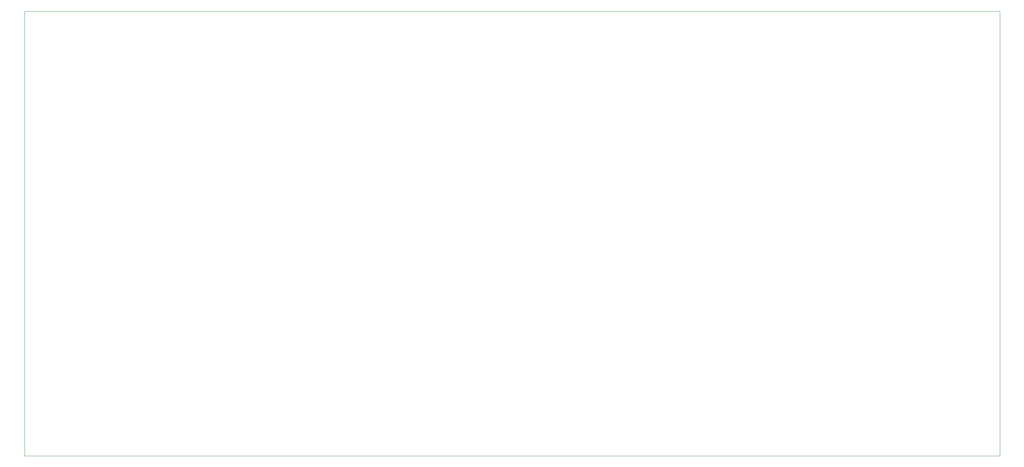
<source format=gbr>
G04 #@! TF.GenerationSoftware,KiCad,Pcbnew,5.1.5+dfsg1-2build2*
G04 #@! TF.CreationDate,2024-05-29T18:28:51+01:00*
G04 #@! TF.ProjectId,qt_touch1,71745f74-6f75-4636-9831-2e6b69636164,rev?*
G04 #@! TF.SameCoordinates,Original*
G04 #@! TF.FileFunction,Profile,NP*
%FSLAX46Y46*%
G04 Gerber Fmt 4.6, Leading zero omitted, Abs format (unit mm)*
G04 Created by KiCad (PCBNEW 5.1.5+dfsg1-2build2) date 2024-05-29 18:28:51*
%MOMM*%
%LPD*%
G04 APERTURE LIST*
%ADD10C,0.050000*%
G04 APERTURE END LIST*
D10*
X28900000Y-145200000D02*
X29900000Y-145200000D01*
X28900000Y-40700000D02*
X28900000Y-145200000D01*
X257900000Y-40700000D02*
X28900000Y-40700000D01*
X257900000Y-145200000D02*
X257900000Y-40700000D01*
X29900000Y-145200000D02*
X257900000Y-145200000D01*
M02*

</source>
